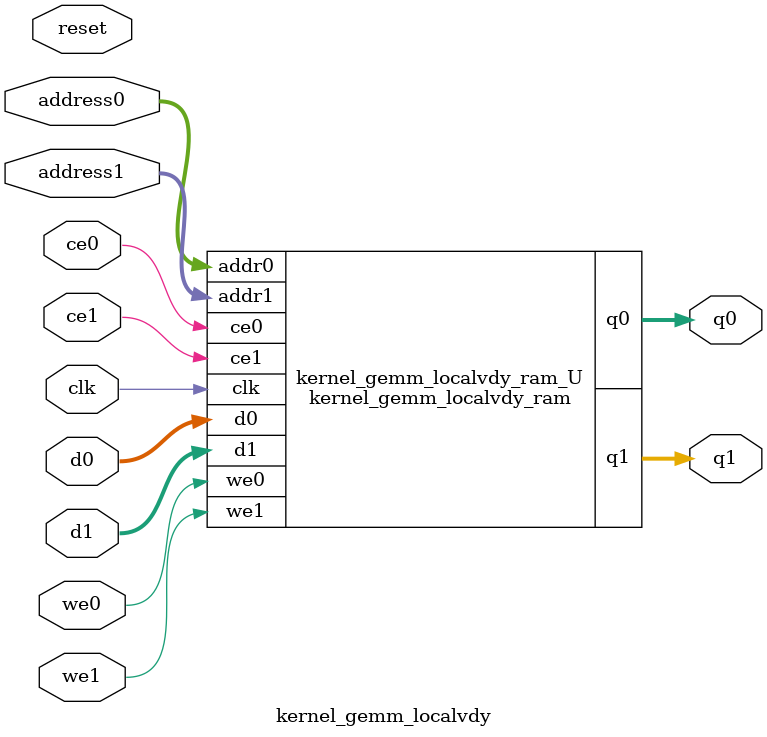
<source format=v>
`timescale 1 ns / 1 ps
module kernel_gemm_localvdy_ram (addr0, ce0, d0, we0, q0, addr1, ce1, d1, we1, q1,  clk);

parameter DWIDTH = 512;
parameter AWIDTH = 7;
parameter MEM_SIZE = 128;

input[AWIDTH-1:0] addr0;
input ce0;
input[DWIDTH-1:0] d0;
input we0;
output reg[DWIDTH-1:0] q0;
input[AWIDTH-1:0] addr1;
input ce1;
input[DWIDTH-1:0] d1;
input we1;
output reg[DWIDTH-1:0] q1;
input clk;

(* ram_style = "block" *)reg [DWIDTH-1:0] ram[0:MEM_SIZE-1];




always @(posedge clk)  
begin 
    if (ce0) begin
        if (we0) 
            ram[addr0] <= d0; 
        q0 <= ram[addr0];
    end
end


always @(posedge clk)  
begin 
    if (ce1) begin
        if (we1) 
            ram[addr1] <= d1; 
        q1 <= ram[addr1];
    end
end


endmodule

`timescale 1 ns / 1 ps
module kernel_gemm_localvdy(
    reset,
    clk,
    address0,
    ce0,
    we0,
    d0,
    q0,
    address1,
    ce1,
    we1,
    d1,
    q1);

parameter DataWidth = 32'd512;
parameter AddressRange = 32'd128;
parameter AddressWidth = 32'd7;
input reset;
input clk;
input[AddressWidth - 1:0] address0;
input ce0;
input we0;
input[DataWidth - 1:0] d0;
output[DataWidth - 1:0] q0;
input[AddressWidth - 1:0] address1;
input ce1;
input we1;
input[DataWidth - 1:0] d1;
output[DataWidth - 1:0] q1;



kernel_gemm_localvdy_ram kernel_gemm_localvdy_ram_U(
    .clk( clk ),
    .addr0( address0 ),
    .ce0( ce0 ),
    .we0( we0 ),
    .d0( d0 ),
    .q0( q0 ),
    .addr1( address1 ),
    .ce1( ce1 ),
    .we1( we1 ),
    .d1( d1 ),
    .q1( q1 ));

endmodule


</source>
